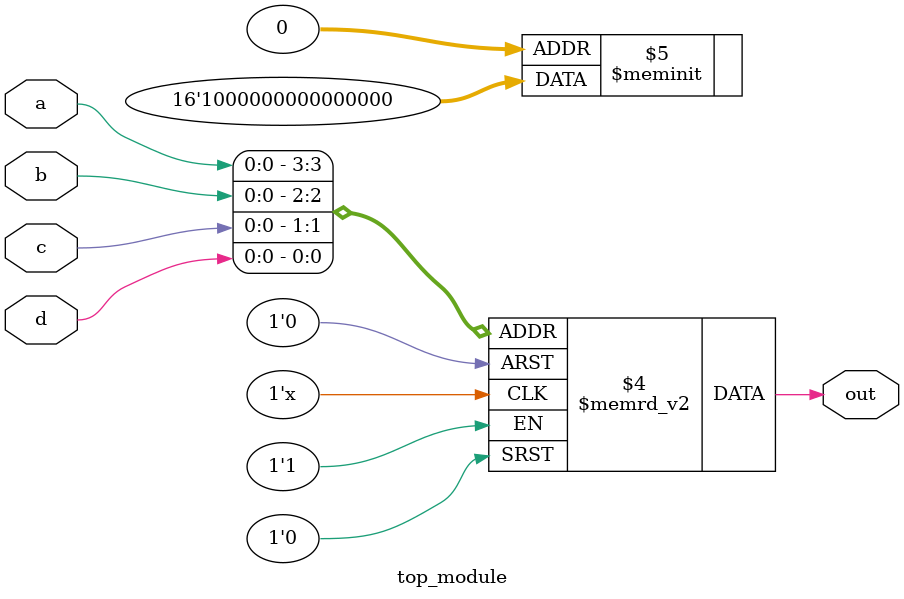
<source format=sv>
module top_module (
    input a,
    input b,
    input c,
    input d,
    output reg out
);

    always @(a, b, c, d)
    begin
        case ({a, b, c, d})
            4'b0000: out = 1'b0;
            4'b0001: out = 1'b0;
            4'b0010: out = 1'b0;
            4'b0011: out = 1'b0;
            4'b0100: out = 1'b0;
            4'b0101: out = 1'b0;
            4'b0110: out = 1'b0;
            4'b0111: out = 1'b0;
            4'b1000: out = 1'b0;
            4'b1001: out = 1'b0;
            4'b1010: out = 1'b0;
            4'b1011: out = 1'b0;
            4'b1100: out = 1'b0;
            4'b1101: out = 1'b0;
            4'b1110: out = 1'b0;
            4'b1111: out = 1'b1;
        endcase
    end

endmodule

</source>
